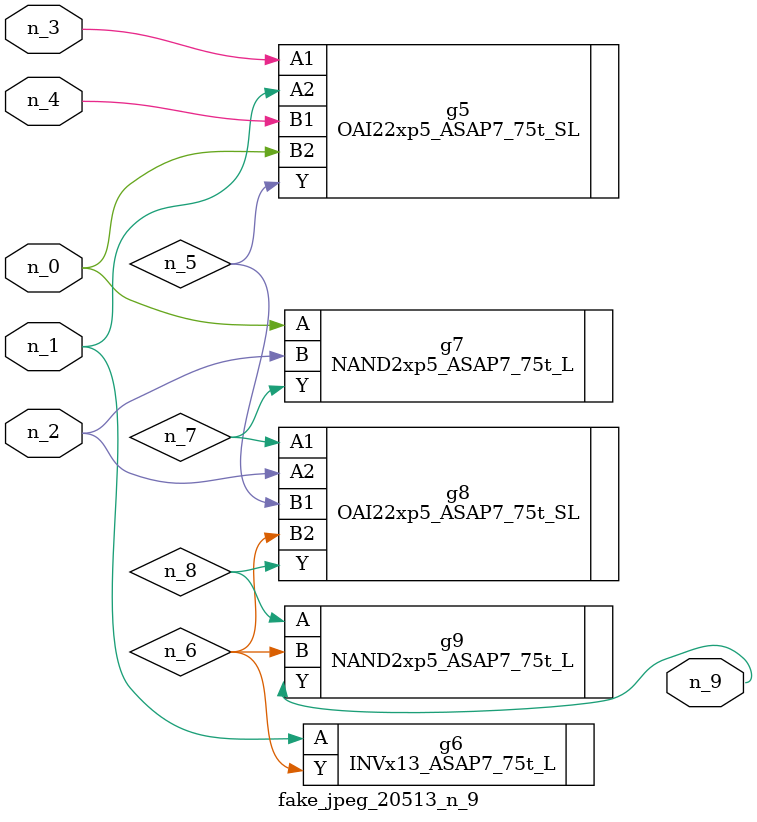
<source format=v>
module fake_jpeg_20513_n_9 (n_3, n_2, n_1, n_0, n_4, n_9);

input n_3;
input n_2;
input n_1;
input n_0;
input n_4;

output n_9;

wire n_8;
wire n_6;
wire n_5;
wire n_7;

OAI22xp5_ASAP7_75t_SL g5 ( 
.A1(n_3),
.A2(n_1),
.B1(n_4),
.B2(n_0),
.Y(n_5)
);

INVx13_ASAP7_75t_L g6 ( 
.A(n_1),
.Y(n_6)
);

NAND2xp5_ASAP7_75t_L g7 ( 
.A(n_0),
.B(n_2),
.Y(n_7)
);

OAI22xp5_ASAP7_75t_SL g8 ( 
.A1(n_7),
.A2(n_2),
.B1(n_5),
.B2(n_6),
.Y(n_8)
);

NAND2xp5_ASAP7_75t_L g9 ( 
.A(n_8),
.B(n_6),
.Y(n_9)
);


endmodule
</source>
